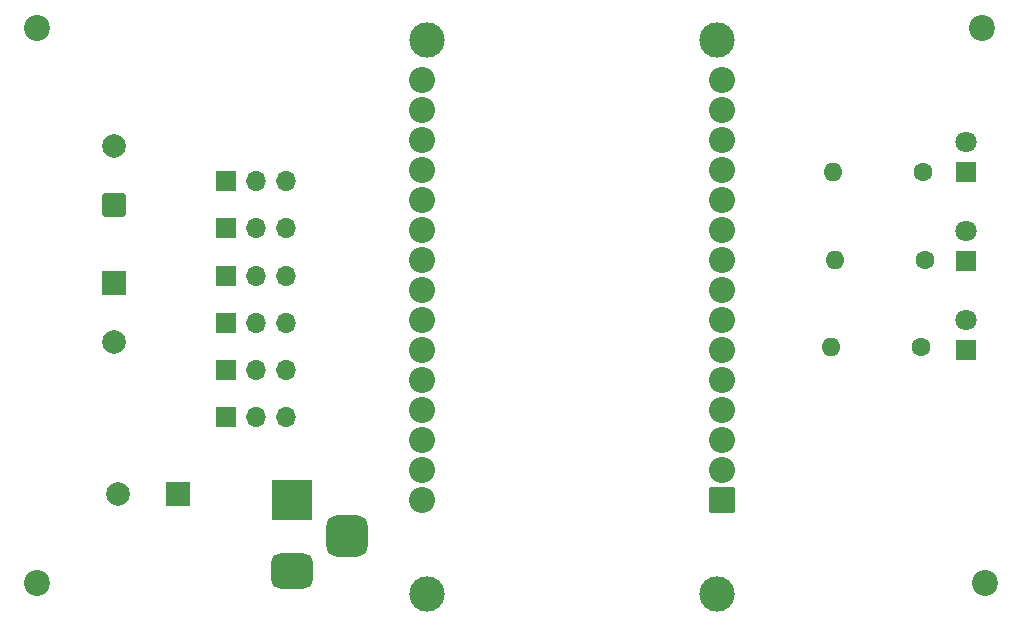
<source format=gbr>
%TF.GenerationSoftware,KiCad,Pcbnew,9.0.4*%
%TF.CreationDate,2025-11-26T19:26:54-05:00*%
%TF.ProjectId,CNC-BOT ESP32 - copia,434e432d-424f-4542-9045-53503332202d,rev?*%
%TF.SameCoordinates,Original*%
%TF.FileFunction,Soldermask,Bot*%
%TF.FilePolarity,Negative*%
%FSLAX46Y46*%
G04 Gerber Fmt 4.6, Leading zero omitted, Abs format (unit mm)*
G04 Created by KiCad (PCBNEW 9.0.4) date 2025-11-26 19:26:54*
%MOMM*%
%LPD*%
G01*
G04 APERTURE LIST*
G04 Aperture macros list*
%AMRoundRect*
0 Rectangle with rounded corners*
0 $1 Rounding radius*
0 $2 $3 $4 $5 $6 $7 $8 $9 X,Y pos of 4 corners*
0 Add a 4 corners polygon primitive as box body*
4,1,4,$2,$3,$4,$5,$6,$7,$8,$9,$2,$3,0*
0 Add four circle primitives for the rounded corners*
1,1,$1+$1,$2,$3*
1,1,$1+$1,$4,$5*
1,1,$1+$1,$6,$7*
1,1,$1+$1,$8,$9*
0 Add four rect primitives between the rounded corners*
20,1,$1+$1,$2,$3,$4,$5,0*
20,1,$1+$1,$4,$5,$6,$7,0*
20,1,$1+$1,$6,$7,$8,$9,0*
20,1,$1+$1,$8,$9,$2,$3,0*%
G04 Aperture macros list end*
%ADD10C,1.600000*%
%ADD11O,1.600000X1.600000*%
%ADD12C,2.200000*%
%ADD13R,1.700000X1.700000*%
%ADD14O,1.700000X1.700000*%
%ADD15R,1.800000X1.800000*%
%ADD16C,1.800000*%
%ADD17RoundRect,0.250000X0.750000X-0.750000X0.750000X0.750000X-0.750000X0.750000X-0.750000X-0.750000X0*%
%ADD18C,2.000000*%
%ADD19C,3.000000*%
%ADD20RoundRect,0.102000X1.000000X1.000000X-1.000000X1.000000X-1.000000X-1.000000X1.000000X-1.000000X0*%
%ADD21C,2.204000*%
%ADD22R,2.000000X2.000000*%
%ADD23R,3.500000X3.500000*%
%ADD24RoundRect,0.750000X1.000000X-0.750000X1.000000X0.750000X-1.000000X0.750000X-1.000000X-0.750000X0*%
%ADD25RoundRect,0.875000X0.875000X-0.875000X0.875000X0.875000X-0.875000X0.875000X-0.875000X-0.875000X0*%
G04 APERTURE END LIST*
D10*
%TO.C,R1*%
X183810000Y-113500000D03*
D11*
X176190000Y-113500000D03*
%TD*%
D12*
%TO.C,REF\u002A\u002A*%
X109000000Y-133500000D03*
%TD*%
D13*
%TO.C,J7*%
X124975000Y-103500000D03*
D14*
X127515000Y-103500000D03*
X130055000Y-103500000D03*
%TD*%
D15*
%TO.C,D2*%
X187625000Y-106250000D03*
D16*
X187625000Y-103710000D03*
%TD*%
D17*
%TO.C,C1*%
X115500000Y-101500000D03*
D18*
X115500000Y-96500000D03*
%TD*%
D19*
%TO.C,U1*%
X166530000Y-134475000D03*
X166530000Y-87525000D03*
X142020000Y-134475000D03*
X142020000Y-87525000D03*
D20*
X166950000Y-126515000D03*
D21*
X166950000Y-123975000D03*
X166950000Y-121435000D03*
X166950000Y-118895000D03*
X166950000Y-116355000D03*
X166950000Y-113815000D03*
X166950000Y-111275000D03*
X166950000Y-108735000D03*
X166950000Y-106195000D03*
X166950000Y-103655000D03*
X166950000Y-101115000D03*
X166950000Y-98575000D03*
X166950000Y-96035000D03*
X166950000Y-93495000D03*
X166950000Y-90955000D03*
X141550000Y-90955000D03*
X141550000Y-93495000D03*
X141550000Y-96035000D03*
X141550000Y-98575000D03*
X141550000Y-101115000D03*
X141550000Y-103655000D03*
X141550000Y-106195000D03*
X141550000Y-108735000D03*
X141550000Y-111275000D03*
X141550000Y-113815000D03*
X141550000Y-116355000D03*
X141550000Y-118895000D03*
X141550000Y-121435000D03*
X141550000Y-123975000D03*
X141550000Y-126515000D03*
%TD*%
D12*
%TO.C,*%
X189000000Y-86500000D03*
%TD*%
D10*
%TO.C,R2*%
X184120000Y-106190000D03*
D11*
X176500000Y-106190000D03*
%TD*%
D22*
%TO.C,C3*%
X120867677Y-126000000D03*
D18*
X115867677Y-126000000D03*
%TD*%
D13*
%TO.C,J5*%
X124960000Y-115500000D03*
D14*
X127500000Y-115500000D03*
X130040000Y-115500000D03*
%TD*%
D15*
%TO.C,D3*%
X187625000Y-98750000D03*
D16*
X187625000Y-96210000D03*
%TD*%
D15*
%TO.C,D1*%
X187625000Y-113750000D03*
D16*
X187625000Y-111210000D03*
%TD*%
D13*
%TO.C,J8*%
X124935000Y-99500000D03*
D14*
X127475000Y-99500000D03*
X130015000Y-99500000D03*
%TD*%
D13*
%TO.C,J6*%
X124975000Y-107500000D03*
D14*
X127515000Y-107500000D03*
X130055000Y-107500000D03*
%TD*%
D13*
%TO.C,J10*%
X124975000Y-119500000D03*
D14*
X127515000Y-119500000D03*
X130055000Y-119500000D03*
%TD*%
D10*
%TO.C,R3*%
X184000000Y-98690000D03*
D11*
X176380000Y-98690000D03*
%TD*%
D22*
%TO.C,C2*%
X115500000Y-108132323D03*
D18*
X115500000Y-113132323D03*
%TD*%
D23*
%TO.C,J2*%
X130542500Y-126500000D03*
D24*
X130542500Y-132500000D03*
D25*
X135242500Y-129500000D03*
%TD*%
D12*
%TO.C,*%
X109000000Y-86500000D03*
%TD*%
D13*
%TO.C,J9*%
X124975000Y-111500000D03*
D14*
X127515000Y-111500000D03*
X130055000Y-111500000D03*
%TD*%
D12*
%TO.C,REF\u002A\u002A*%
X189250000Y-133500000D03*
%TD*%
M02*

</source>
